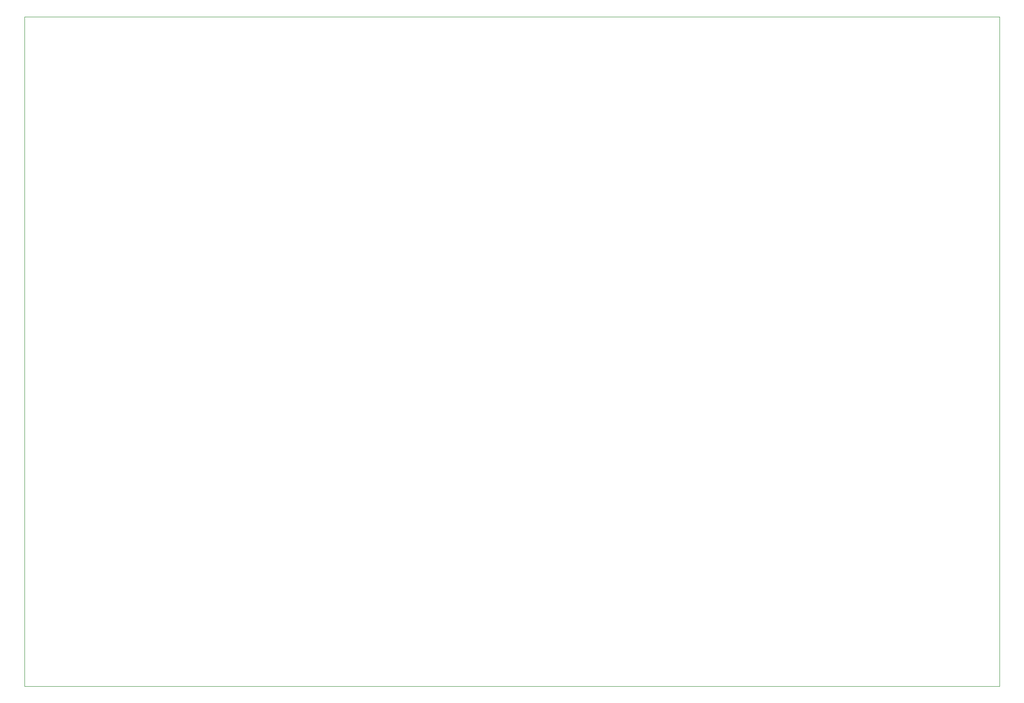
<source format=gm1>
G04 #@! TF.GenerationSoftware,KiCad,Pcbnew,(5.1.6)-1*
G04 #@! TF.CreationDate,2021-04-23T16:10:59+02:00*
G04 #@! TF.ProjectId,FK_fpga_shield,464b5f66-7067-4615-9f73-6869656c642e,rev?*
G04 #@! TF.SameCoordinates,Original*
G04 #@! TF.FileFunction,Profile,NP*
%FSLAX46Y46*%
G04 Gerber Fmt 4.6, Leading zero omitted, Abs format (unit mm)*
G04 Created by KiCad (PCBNEW (5.1.6)-1) date 2021-04-23 16:10:59*
%MOMM*%
%LPD*%
G01*
G04 APERTURE LIST*
G04 #@! TA.AperFunction,Profile*
%ADD10C,0.050000*%
G04 #@! TD*
G04 APERTURE END LIST*
D10*
X257200000Y-38600000D02*
X75200000Y-38600000D01*
X257200000Y-163600000D02*
X75200000Y-163600000D01*
X257200000Y-38600000D02*
X257200000Y-163600000D01*
X75200000Y-38600000D02*
X75200000Y-163600000D01*
M02*

</source>
